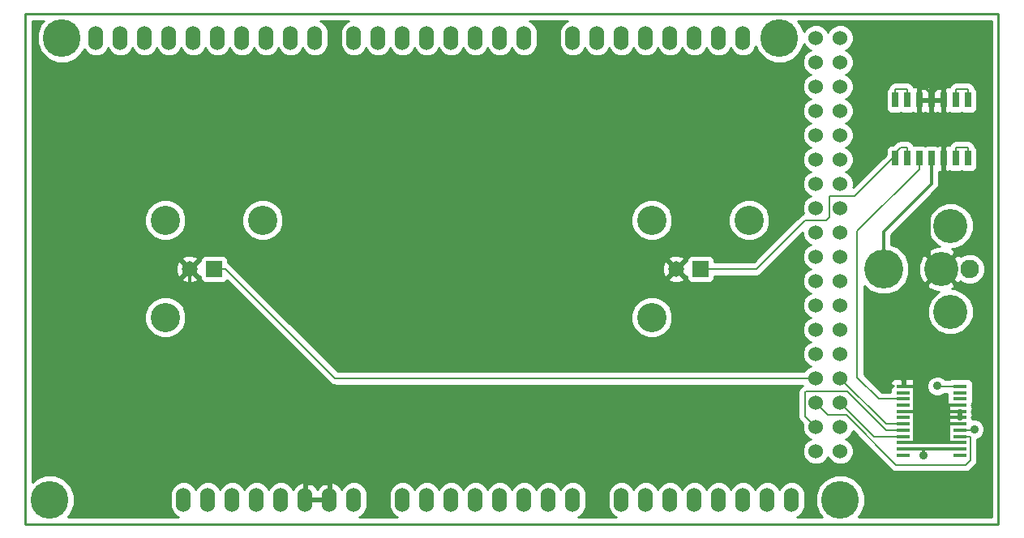
<source format=gtl>
G04 (created by PCBNEW-RS274X (2011-05-25)-stable) date Fri 11 Oct 2013 04:24:49 PM EDT*
G01*
G70*
G90*
%MOIN*%
G04 Gerber Fmt 3.4, Leading zero omitted, Abs format*
%FSLAX34Y34*%
G04 APERTURE LIST*
%ADD10C,0.006000*%
%ADD11C,0.009000*%
%ADD12C,0.076000*%
%ADD13C,0.140000*%
%ADD14C,0.160000*%
%ADD15C,0.155000*%
%ADD16O,0.060000X0.100000*%
%ADD17C,0.060000*%
%ADD18R,0.057100X0.017700*%
%ADD19C,0.120000*%
%ADD20R,0.065000X0.065000*%
%ADD21C,0.065000*%
%ADD22R,0.025000X0.060000*%
%ADD23C,0.035000*%
%ADD24C,0.012000*%
%ADD25C,0.008000*%
%ADD26C,0.010000*%
G04 APERTURE END LIST*
G54D10*
G54D11*
X89500Y-30500D02*
X49500Y-30500D01*
X89500Y-51500D02*
X89500Y-30500D01*
X49500Y-51500D02*
X89500Y-51500D01*
X49500Y-30500D02*
X49500Y-51500D01*
G54D12*
X88320Y-41000D03*
G54D13*
X87140Y-41000D03*
G54D14*
X84780Y-41000D03*
G54D13*
X87530Y-39230D03*
X87530Y-42770D03*
G54D15*
X50500Y-50500D03*
X51000Y-31500D03*
X83000Y-50500D03*
X80500Y-31500D03*
G54D16*
X56000Y-50500D03*
X57000Y-50500D03*
X58000Y-50500D03*
X59000Y-50500D03*
X60000Y-50500D03*
X61000Y-50500D03*
X62000Y-50500D03*
X63000Y-50500D03*
X65000Y-50500D03*
X66000Y-50500D03*
X67000Y-50500D03*
X68000Y-50500D03*
X69000Y-50500D03*
X70000Y-50500D03*
X71000Y-50500D03*
X72000Y-50500D03*
X74000Y-50500D03*
X75000Y-50500D03*
X76000Y-50500D03*
X77000Y-50500D03*
X78000Y-50500D03*
X79000Y-50500D03*
X80000Y-50500D03*
X81000Y-50500D03*
X52400Y-31500D03*
X53400Y-31500D03*
X54400Y-31500D03*
X55400Y-31500D03*
X56400Y-31500D03*
X57400Y-31500D03*
X58400Y-31500D03*
X59400Y-31500D03*
X60400Y-31500D03*
X61400Y-31500D03*
X63000Y-31500D03*
X70000Y-31500D03*
X69000Y-31500D03*
X68000Y-31500D03*
X67000Y-31500D03*
X66000Y-31500D03*
X65000Y-31500D03*
X64000Y-31500D03*
X72000Y-31500D03*
X73000Y-31500D03*
X74000Y-31500D03*
X75000Y-31500D03*
X76000Y-31500D03*
X77000Y-31500D03*
X78000Y-31500D03*
X79000Y-31500D03*
G54D17*
X82000Y-31500D03*
X83000Y-31500D03*
X82000Y-32500D03*
X83000Y-32500D03*
X82000Y-33500D03*
X83000Y-33500D03*
X82000Y-34500D03*
X83000Y-34500D03*
X82000Y-35500D03*
X83000Y-35500D03*
X82000Y-36500D03*
X83000Y-36500D03*
X82000Y-37500D03*
X83000Y-37500D03*
X82000Y-38500D03*
X83000Y-38500D03*
X82000Y-39500D03*
X83000Y-39500D03*
X82000Y-40500D03*
X83000Y-40500D03*
X82000Y-41500D03*
X83000Y-41500D03*
X82000Y-42500D03*
X83000Y-42500D03*
X82000Y-43500D03*
X83000Y-43500D03*
X82000Y-44500D03*
X83000Y-44500D03*
X82000Y-45500D03*
X83000Y-45500D03*
X82000Y-46500D03*
X83000Y-46500D03*
X82000Y-47500D03*
X83000Y-47500D03*
X82000Y-48500D03*
X83000Y-48500D03*
G54D18*
X85590Y-46100D03*
X85590Y-46354D03*
X85590Y-46610D03*
X85590Y-46866D03*
X85590Y-47122D03*
X85590Y-47378D03*
X85590Y-47634D03*
X85590Y-47890D03*
X85590Y-48146D03*
X85590Y-48400D03*
X87910Y-48400D03*
X87910Y-48146D03*
X87910Y-47890D03*
X87910Y-47634D03*
X87910Y-47378D03*
X87910Y-47122D03*
X87910Y-46866D03*
X87910Y-46610D03*
X87910Y-46354D03*
X87910Y-46100D03*
X85590Y-45840D03*
X87910Y-45840D03*
X85590Y-48660D03*
X87910Y-48660D03*
G54D19*
X55250Y-39000D03*
X59250Y-39000D03*
G54D20*
X57250Y-41000D03*
G54D21*
X56250Y-41000D03*
G54D19*
X55250Y-43000D03*
X75250Y-39000D03*
X79250Y-39000D03*
G54D20*
X77250Y-41000D03*
G54D21*
X76250Y-41000D03*
G54D19*
X75250Y-43000D03*
G54D22*
X85250Y-36450D03*
X85750Y-36450D03*
X86250Y-36450D03*
X86750Y-36450D03*
X87250Y-36450D03*
X87750Y-36450D03*
X88250Y-36450D03*
X88250Y-34050D03*
X87750Y-34050D03*
X87250Y-34050D03*
X86750Y-34050D03*
X86250Y-34050D03*
X85750Y-34050D03*
X85250Y-34050D03*
G54D23*
X86425Y-48683D03*
X88507Y-47599D03*
X86987Y-45817D03*
G54D24*
X86425Y-48400D02*
X86425Y-48683D01*
X87910Y-48400D02*
X86425Y-48400D01*
X86425Y-48400D02*
X85590Y-48400D01*
G54D25*
X85750Y-36450D02*
X85750Y-36007D01*
X85471Y-36007D02*
X85250Y-36228D01*
X85750Y-36007D02*
X85471Y-36007D01*
X85250Y-36450D02*
X85250Y-36339D01*
X85250Y-36339D02*
X85250Y-36228D01*
X79557Y-41000D02*
X77250Y-41000D01*
X81557Y-39000D02*
X79557Y-41000D01*
X82422Y-39000D02*
X81557Y-39000D01*
X82556Y-38866D02*
X82422Y-39000D01*
X82556Y-38022D02*
X82556Y-38866D01*
X82578Y-38000D02*
X82556Y-38022D01*
X83590Y-38000D02*
X82578Y-38000D01*
X83590Y-37999D02*
X83590Y-38000D01*
X85250Y-36339D02*
X83590Y-37999D01*
X84878Y-47378D02*
X83000Y-45500D01*
X85590Y-47378D02*
X84878Y-47378D01*
X62218Y-45500D02*
X82000Y-45500D01*
X57718Y-41000D02*
X62218Y-45500D01*
X57250Y-41000D02*
X57718Y-41000D01*
X87910Y-47890D02*
X88339Y-47890D01*
X88339Y-48871D02*
X88339Y-47890D01*
X88153Y-49057D02*
X88339Y-48871D01*
X85296Y-49057D02*
X88153Y-49057D01*
X83239Y-47000D02*
X85296Y-49057D01*
X82500Y-47000D02*
X83239Y-47000D01*
X82000Y-46500D02*
X82500Y-47000D01*
X84390Y-47890D02*
X83000Y-46500D01*
X85590Y-47890D02*
X84390Y-47890D01*
X81556Y-47056D02*
X82000Y-47500D01*
X81556Y-46066D02*
X81556Y-47056D01*
X81578Y-46044D02*
X81556Y-46066D01*
X83283Y-46044D02*
X81578Y-46044D01*
X84873Y-47634D02*
X83283Y-46044D01*
X85590Y-47634D02*
X84873Y-47634D01*
X84583Y-46354D02*
X85590Y-46354D01*
X83701Y-45472D02*
X84583Y-46354D01*
X83701Y-39443D02*
X83701Y-45472D01*
X86250Y-36894D02*
X83701Y-39443D01*
X86250Y-36450D02*
X86250Y-36894D01*
G54D24*
X85590Y-45840D02*
X86039Y-45840D01*
X86039Y-46866D02*
X86039Y-45840D01*
X87250Y-34050D02*
X87250Y-36450D01*
X86750Y-34050D02*
X86750Y-33818D01*
X86981Y-33587D02*
X87250Y-33587D01*
X86750Y-33818D02*
X86981Y-33587D01*
X87250Y-34050D02*
X87250Y-33587D01*
X86250Y-34050D02*
X86250Y-33587D01*
X86519Y-33587D02*
X86750Y-33818D01*
X86250Y-33587D02*
X86519Y-33587D01*
X86661Y-40521D02*
X87140Y-41000D01*
X86661Y-38331D02*
X86661Y-40521D01*
X87250Y-37742D02*
X86661Y-38331D01*
X87250Y-36450D02*
X87250Y-37742D01*
X86039Y-42101D02*
X86039Y-45840D01*
X87140Y-41000D02*
X86039Y-42101D01*
X87910Y-48146D02*
X87462Y-48146D01*
X85590Y-48146D02*
X86039Y-48146D01*
X87462Y-48146D02*
X86039Y-48146D01*
X87910Y-47122D02*
X87462Y-47122D01*
X87462Y-47122D02*
X87462Y-47378D01*
X87910Y-47378D02*
X87462Y-47378D01*
X62000Y-49837D02*
X61000Y-49837D01*
X87462Y-47378D02*
X87462Y-48146D01*
X62000Y-50500D02*
X62000Y-49837D01*
X61000Y-50500D02*
X61000Y-49837D01*
X56250Y-45087D02*
X61000Y-49837D01*
X56250Y-41000D02*
X56250Y-45087D01*
X85590Y-46866D02*
X85983Y-46866D01*
X85983Y-46866D02*
X86039Y-46866D01*
X86039Y-46866D02*
X86039Y-48146D01*
X87462Y-46610D02*
X87462Y-46866D01*
X87910Y-46610D02*
X87462Y-46610D01*
X87910Y-46866D02*
X87518Y-46866D01*
X87518Y-46866D02*
X87462Y-46866D01*
X87462Y-46866D02*
X87462Y-47122D01*
G54D25*
X88472Y-47634D02*
X88507Y-47599D01*
X87910Y-47634D02*
X88472Y-47634D01*
X87010Y-45840D02*
X86987Y-45817D01*
X87910Y-45840D02*
X87010Y-45840D01*
X87750Y-33607D02*
X88250Y-33607D01*
X87750Y-34050D02*
X87750Y-33607D01*
X88250Y-34050D02*
X88250Y-33607D01*
X88250Y-36007D02*
X87750Y-36007D01*
X88250Y-36450D02*
X88250Y-36007D01*
X87750Y-36450D02*
X87750Y-36007D01*
X85250Y-33607D02*
X85750Y-33607D01*
X85250Y-34050D02*
X85250Y-33607D01*
X85750Y-34050D02*
X85750Y-33607D01*
G54D24*
X84780Y-39470D02*
X84780Y-41000D01*
X86750Y-37500D02*
X84780Y-39470D01*
X86750Y-36450D02*
X86750Y-37500D01*
G54D10*
G36*
X87960Y-47172D02*
X87860Y-47172D01*
X87860Y-47166D01*
X87860Y-47142D01*
X87860Y-47102D01*
X87860Y-47078D01*
X87860Y-46910D01*
X87860Y-46886D01*
X87860Y-46846D01*
X87860Y-46822D01*
X87860Y-46816D01*
X87960Y-46816D01*
X87960Y-46822D01*
X87960Y-46846D01*
X87960Y-46886D01*
X87960Y-46910D01*
X87960Y-47078D01*
X87960Y-47102D01*
X87960Y-47142D01*
X87960Y-47166D01*
X87960Y-47172D01*
X87960Y-47172D01*
G37*
G54D26*
X87960Y-47172D02*
X87860Y-47172D01*
X87860Y-47166D01*
X87860Y-47142D01*
X87860Y-47102D01*
X87860Y-47078D01*
X87860Y-46910D01*
X87860Y-46886D01*
X87860Y-46846D01*
X87860Y-46822D01*
X87860Y-46816D01*
X87960Y-46816D01*
X87960Y-46822D01*
X87960Y-46846D01*
X87960Y-46886D01*
X87960Y-46910D01*
X87960Y-47078D01*
X87960Y-47102D01*
X87960Y-47142D01*
X87960Y-47166D01*
X87960Y-47172D01*
G54D10*
G36*
X89205Y-51205D02*
X88950Y-51205D01*
X88950Y-41126D01*
X88950Y-40875D01*
X88854Y-40643D01*
X88677Y-40466D01*
X88624Y-40443D01*
X88624Y-36800D01*
X88624Y-36701D01*
X88624Y-36101D01*
X88624Y-34400D01*
X88624Y-34301D01*
X88624Y-33701D01*
X88586Y-33609D01*
X88529Y-33552D01*
X88518Y-33496D01*
X88455Y-33402D01*
X88361Y-33339D01*
X88250Y-33317D01*
X87750Y-33317D01*
X87639Y-33339D01*
X87545Y-33402D01*
X87482Y-33496D01*
X87476Y-33522D01*
X87425Y-33501D01*
X87361Y-33501D01*
X87300Y-33562D01*
X87300Y-33950D01*
X87300Y-34000D01*
X87300Y-34100D01*
X87300Y-34150D01*
X87300Y-34538D01*
X87361Y-34599D01*
X87425Y-34599D01*
X87500Y-34567D01*
X87575Y-34599D01*
X87674Y-34599D01*
X87924Y-34599D01*
X87999Y-34567D01*
X88075Y-34599D01*
X88174Y-34599D01*
X88424Y-34599D01*
X88516Y-34561D01*
X88586Y-34491D01*
X88624Y-34400D01*
X88624Y-36101D01*
X88586Y-36009D01*
X88529Y-35952D01*
X88518Y-35896D01*
X88455Y-35802D01*
X88361Y-35739D01*
X88250Y-35717D01*
X87750Y-35717D01*
X87639Y-35739D01*
X87545Y-35802D01*
X87482Y-35896D01*
X87476Y-35922D01*
X87425Y-35901D01*
X87361Y-35901D01*
X87300Y-35962D01*
X87300Y-36350D01*
X87300Y-36400D01*
X87300Y-36500D01*
X87300Y-36550D01*
X87300Y-36938D01*
X87361Y-36999D01*
X87425Y-36999D01*
X87500Y-36967D01*
X87575Y-36999D01*
X87674Y-36999D01*
X87924Y-36999D01*
X87999Y-36967D01*
X88075Y-36999D01*
X88174Y-36999D01*
X88424Y-36999D01*
X88516Y-36961D01*
X88586Y-36891D01*
X88624Y-36800D01*
X88624Y-40443D01*
X88480Y-40384D01*
X88480Y-39420D01*
X88480Y-39042D01*
X88336Y-38693D01*
X88069Y-38425D01*
X87720Y-38280D01*
X87342Y-38280D01*
X86993Y-38424D01*
X86725Y-38691D01*
X86580Y-39040D01*
X86580Y-39418D01*
X86724Y-39767D01*
X86991Y-40035D01*
X87071Y-40068D01*
X86943Y-40070D01*
X86623Y-40203D01*
X86549Y-40338D01*
X87140Y-40929D01*
X87731Y-40338D01*
X87657Y-40203D01*
X87599Y-40180D01*
X87718Y-40180D01*
X88067Y-40036D01*
X88335Y-39769D01*
X88480Y-39420D01*
X88480Y-40384D01*
X88446Y-40370D01*
X88195Y-40370D01*
X87963Y-40466D01*
X87939Y-40489D01*
X87937Y-40483D01*
X87802Y-40409D01*
X87211Y-41000D01*
X87802Y-41591D01*
X87937Y-41517D01*
X87939Y-41510D01*
X87963Y-41534D01*
X88194Y-41630D01*
X88445Y-41630D01*
X88677Y-41534D01*
X88854Y-41357D01*
X88950Y-41126D01*
X88950Y-51205D01*
X83744Y-51205D01*
X83868Y-51081D01*
X84025Y-50705D01*
X84025Y-50297D01*
X83869Y-49920D01*
X83581Y-49632D01*
X83205Y-49475D01*
X82797Y-49475D01*
X82420Y-49631D01*
X82132Y-49919D01*
X81975Y-50295D01*
X81975Y-50703D01*
X82131Y-51080D01*
X82256Y-51205D01*
X81225Y-51205D01*
X81306Y-51172D01*
X81457Y-51020D01*
X81540Y-50822D01*
X81540Y-50607D01*
X81540Y-50179D01*
X81458Y-49980D01*
X81306Y-49829D01*
X81108Y-49746D01*
X80893Y-49746D01*
X80694Y-49828D01*
X80543Y-49980D01*
X80500Y-50082D01*
X80458Y-49980D01*
X80306Y-49829D01*
X80108Y-49746D01*
X79893Y-49746D01*
X79694Y-49828D01*
X79543Y-49980D01*
X79500Y-50082D01*
X79458Y-49980D01*
X79306Y-49829D01*
X79108Y-49746D01*
X78893Y-49746D01*
X78694Y-49828D01*
X78543Y-49980D01*
X78500Y-50082D01*
X78458Y-49980D01*
X78306Y-49829D01*
X78108Y-49746D01*
X77893Y-49746D01*
X77694Y-49828D01*
X77543Y-49980D01*
X77500Y-50082D01*
X77458Y-49980D01*
X77306Y-49829D01*
X77108Y-49746D01*
X76893Y-49746D01*
X76694Y-49828D01*
X76543Y-49980D01*
X76500Y-50082D01*
X76458Y-49980D01*
X76306Y-49829D01*
X76108Y-49746D01*
X75893Y-49746D01*
X75694Y-49828D01*
X75543Y-49980D01*
X75500Y-50082D01*
X75458Y-49980D01*
X75306Y-49829D01*
X75108Y-49746D01*
X74893Y-49746D01*
X74694Y-49828D01*
X74543Y-49980D01*
X74500Y-50082D01*
X74458Y-49980D01*
X74306Y-49829D01*
X74108Y-49746D01*
X73893Y-49746D01*
X73694Y-49828D01*
X73543Y-49980D01*
X73460Y-50178D01*
X73460Y-50393D01*
X73460Y-50821D01*
X73542Y-51020D01*
X73694Y-51171D01*
X73775Y-51205D01*
X72225Y-51205D01*
X72306Y-51172D01*
X72457Y-51020D01*
X72540Y-50822D01*
X72540Y-50607D01*
X72540Y-50179D01*
X72458Y-49980D01*
X72306Y-49829D01*
X72108Y-49746D01*
X71893Y-49746D01*
X71694Y-49828D01*
X71543Y-49980D01*
X71500Y-50082D01*
X71458Y-49980D01*
X71306Y-49829D01*
X71108Y-49746D01*
X70893Y-49746D01*
X70694Y-49828D01*
X70543Y-49980D01*
X70500Y-50082D01*
X70458Y-49980D01*
X70306Y-49829D01*
X70108Y-49746D01*
X69893Y-49746D01*
X69694Y-49828D01*
X69543Y-49980D01*
X69500Y-50082D01*
X69458Y-49980D01*
X69306Y-49829D01*
X69108Y-49746D01*
X68893Y-49746D01*
X68694Y-49828D01*
X68543Y-49980D01*
X68500Y-50082D01*
X68458Y-49980D01*
X68306Y-49829D01*
X68108Y-49746D01*
X67893Y-49746D01*
X67694Y-49828D01*
X67543Y-49980D01*
X67500Y-50082D01*
X67458Y-49980D01*
X67306Y-49829D01*
X67108Y-49746D01*
X66893Y-49746D01*
X66694Y-49828D01*
X66543Y-49980D01*
X66500Y-50082D01*
X66458Y-49980D01*
X66306Y-49829D01*
X66108Y-49746D01*
X65893Y-49746D01*
X65694Y-49828D01*
X65543Y-49980D01*
X65500Y-50082D01*
X65458Y-49980D01*
X65306Y-49829D01*
X65108Y-49746D01*
X64893Y-49746D01*
X64694Y-49828D01*
X64543Y-49980D01*
X64460Y-50178D01*
X64460Y-50393D01*
X64460Y-50821D01*
X64542Y-51020D01*
X64694Y-51171D01*
X64775Y-51205D01*
X63225Y-51205D01*
X63306Y-51172D01*
X63457Y-51020D01*
X63540Y-50822D01*
X63540Y-50607D01*
X63540Y-50179D01*
X63458Y-49980D01*
X63306Y-49829D01*
X63108Y-49746D01*
X62893Y-49746D01*
X62694Y-49828D01*
X62543Y-49980D01*
X62500Y-50081D01*
X62489Y-50043D01*
X62353Y-49875D01*
X62163Y-49772D01*
X62135Y-49768D01*
X62050Y-49815D01*
X62050Y-50400D01*
X62050Y-50450D01*
X62050Y-50550D01*
X61950Y-50550D01*
X61950Y-50450D01*
X61950Y-49815D01*
X61865Y-49768D01*
X61837Y-49772D01*
X61647Y-49875D01*
X61511Y-50043D01*
X61500Y-50080D01*
X61489Y-50043D01*
X61353Y-49875D01*
X61163Y-49772D01*
X61135Y-49768D01*
X61050Y-49815D01*
X61050Y-50450D01*
X61450Y-50450D01*
X61550Y-50450D01*
X61950Y-50450D01*
X61950Y-50550D01*
X61900Y-50550D01*
X61550Y-50550D01*
X61450Y-50550D01*
X61100Y-50550D01*
X61050Y-50550D01*
X60950Y-50550D01*
X60950Y-50450D01*
X60950Y-50400D01*
X60950Y-49815D01*
X60865Y-49768D01*
X60837Y-49772D01*
X60647Y-49875D01*
X60511Y-50043D01*
X60499Y-50081D01*
X60458Y-49980D01*
X60306Y-49829D01*
X60108Y-49746D01*
X59893Y-49746D01*
X59694Y-49828D01*
X59543Y-49980D01*
X59500Y-50082D01*
X59458Y-49980D01*
X59306Y-49829D01*
X59108Y-49746D01*
X58893Y-49746D01*
X58694Y-49828D01*
X58543Y-49980D01*
X58500Y-50082D01*
X58458Y-49980D01*
X58306Y-49829D01*
X58108Y-49746D01*
X57893Y-49746D01*
X57694Y-49828D01*
X57543Y-49980D01*
X57500Y-50082D01*
X57458Y-49980D01*
X57306Y-49829D01*
X57108Y-49746D01*
X56893Y-49746D01*
X56694Y-49828D01*
X56575Y-49947D01*
X56575Y-41396D01*
X56250Y-41071D01*
X56179Y-41142D01*
X56179Y-41000D01*
X55854Y-40675D01*
X55758Y-40704D01*
X55682Y-40916D01*
X55694Y-41139D01*
X55758Y-41296D01*
X55854Y-41325D01*
X56179Y-41000D01*
X56179Y-41142D01*
X55925Y-41396D01*
X55954Y-41492D01*
X56166Y-41568D01*
X56389Y-41556D01*
X56546Y-41492D01*
X56575Y-41396D01*
X56575Y-49947D01*
X56543Y-49980D01*
X56500Y-50082D01*
X56458Y-49980D01*
X56306Y-49829D01*
X56108Y-49746D01*
X56100Y-49746D01*
X56100Y-43170D01*
X56100Y-42832D01*
X55971Y-42520D01*
X55732Y-42280D01*
X55420Y-42150D01*
X55082Y-42150D01*
X54770Y-42279D01*
X54530Y-42518D01*
X54400Y-42830D01*
X54400Y-43168D01*
X54529Y-43480D01*
X54768Y-43720D01*
X55080Y-43850D01*
X55418Y-43850D01*
X55730Y-43721D01*
X55970Y-43482D01*
X56100Y-43170D01*
X56100Y-49746D01*
X55893Y-49746D01*
X55694Y-49828D01*
X55543Y-49980D01*
X55460Y-50178D01*
X55460Y-50393D01*
X55460Y-50821D01*
X55542Y-51020D01*
X55694Y-51171D01*
X55775Y-51205D01*
X51244Y-51205D01*
X51368Y-51081D01*
X51525Y-50705D01*
X51525Y-50297D01*
X51369Y-49920D01*
X51081Y-49632D01*
X50705Y-49475D01*
X50297Y-49475D01*
X49920Y-49631D01*
X49795Y-49756D01*
X49795Y-30795D01*
X50256Y-30795D01*
X50132Y-30919D01*
X49975Y-31295D01*
X49975Y-31703D01*
X50131Y-32080D01*
X50419Y-32368D01*
X50795Y-32525D01*
X51203Y-32525D01*
X51580Y-32369D01*
X51868Y-32081D01*
X51917Y-31961D01*
X51942Y-32020D01*
X52094Y-32171D01*
X52292Y-32254D01*
X52507Y-32254D01*
X52706Y-32172D01*
X52857Y-32020D01*
X52899Y-31917D01*
X52942Y-32020D01*
X53094Y-32171D01*
X53292Y-32254D01*
X53507Y-32254D01*
X53706Y-32172D01*
X53857Y-32020D01*
X53899Y-31917D01*
X53942Y-32020D01*
X54094Y-32171D01*
X54292Y-32254D01*
X54507Y-32254D01*
X54706Y-32172D01*
X54857Y-32020D01*
X54899Y-31917D01*
X54942Y-32020D01*
X55094Y-32171D01*
X55292Y-32254D01*
X55507Y-32254D01*
X55706Y-32172D01*
X55857Y-32020D01*
X55899Y-31917D01*
X55942Y-32020D01*
X56094Y-32171D01*
X56292Y-32254D01*
X56507Y-32254D01*
X56706Y-32172D01*
X56857Y-32020D01*
X56899Y-31917D01*
X56942Y-32020D01*
X57094Y-32171D01*
X57292Y-32254D01*
X57507Y-32254D01*
X57706Y-32172D01*
X57857Y-32020D01*
X57899Y-31917D01*
X57942Y-32020D01*
X58094Y-32171D01*
X58292Y-32254D01*
X58507Y-32254D01*
X58706Y-32172D01*
X58857Y-32020D01*
X58899Y-31917D01*
X58942Y-32020D01*
X59094Y-32171D01*
X59292Y-32254D01*
X59507Y-32254D01*
X59706Y-32172D01*
X59857Y-32020D01*
X59899Y-31917D01*
X59942Y-32020D01*
X60094Y-32171D01*
X60292Y-32254D01*
X60507Y-32254D01*
X60706Y-32172D01*
X60857Y-32020D01*
X60899Y-31917D01*
X60942Y-32020D01*
X61094Y-32171D01*
X61292Y-32254D01*
X61507Y-32254D01*
X61706Y-32172D01*
X61857Y-32020D01*
X61940Y-31822D01*
X61940Y-31607D01*
X61940Y-31179D01*
X61858Y-30980D01*
X61706Y-30829D01*
X61624Y-30795D01*
X62774Y-30795D01*
X62694Y-30828D01*
X62543Y-30980D01*
X62460Y-31178D01*
X62460Y-31393D01*
X62460Y-31821D01*
X62542Y-32020D01*
X62694Y-32171D01*
X62892Y-32254D01*
X63107Y-32254D01*
X63306Y-32172D01*
X63457Y-32020D01*
X63499Y-31917D01*
X63542Y-32020D01*
X63694Y-32171D01*
X63892Y-32254D01*
X64107Y-32254D01*
X64306Y-32172D01*
X64457Y-32020D01*
X64499Y-31917D01*
X64542Y-32020D01*
X64694Y-32171D01*
X64892Y-32254D01*
X65107Y-32254D01*
X65306Y-32172D01*
X65457Y-32020D01*
X65499Y-31917D01*
X65542Y-32020D01*
X65694Y-32171D01*
X65892Y-32254D01*
X66107Y-32254D01*
X66306Y-32172D01*
X66457Y-32020D01*
X66499Y-31917D01*
X66542Y-32020D01*
X66694Y-32171D01*
X66892Y-32254D01*
X67107Y-32254D01*
X67306Y-32172D01*
X67457Y-32020D01*
X67499Y-31917D01*
X67542Y-32020D01*
X67694Y-32171D01*
X67892Y-32254D01*
X68107Y-32254D01*
X68306Y-32172D01*
X68457Y-32020D01*
X68499Y-31917D01*
X68542Y-32020D01*
X68694Y-32171D01*
X68892Y-32254D01*
X69107Y-32254D01*
X69306Y-32172D01*
X69457Y-32020D01*
X69499Y-31917D01*
X69542Y-32020D01*
X69694Y-32171D01*
X69892Y-32254D01*
X70107Y-32254D01*
X70306Y-32172D01*
X70457Y-32020D01*
X70540Y-31822D01*
X70540Y-31607D01*
X70540Y-31179D01*
X70458Y-30980D01*
X70306Y-30829D01*
X70224Y-30795D01*
X71774Y-30795D01*
X71694Y-30828D01*
X71543Y-30980D01*
X71460Y-31178D01*
X71460Y-31393D01*
X71460Y-31821D01*
X71542Y-32020D01*
X71694Y-32171D01*
X71892Y-32254D01*
X72107Y-32254D01*
X72306Y-32172D01*
X72457Y-32020D01*
X72499Y-31917D01*
X72542Y-32020D01*
X72694Y-32171D01*
X72892Y-32254D01*
X73107Y-32254D01*
X73306Y-32172D01*
X73457Y-32020D01*
X73499Y-31917D01*
X73542Y-32020D01*
X73694Y-32171D01*
X73892Y-32254D01*
X74107Y-32254D01*
X74306Y-32172D01*
X74457Y-32020D01*
X74499Y-31917D01*
X74542Y-32020D01*
X74694Y-32171D01*
X74892Y-32254D01*
X75107Y-32254D01*
X75306Y-32172D01*
X75457Y-32020D01*
X75499Y-31917D01*
X75542Y-32020D01*
X75694Y-32171D01*
X75892Y-32254D01*
X76107Y-32254D01*
X76306Y-32172D01*
X76457Y-32020D01*
X76499Y-31917D01*
X76542Y-32020D01*
X76694Y-32171D01*
X76892Y-32254D01*
X77107Y-32254D01*
X77306Y-32172D01*
X77457Y-32020D01*
X77499Y-31917D01*
X77542Y-32020D01*
X77694Y-32171D01*
X77892Y-32254D01*
X78107Y-32254D01*
X78306Y-32172D01*
X78457Y-32020D01*
X78499Y-31917D01*
X78542Y-32020D01*
X78694Y-32171D01*
X78892Y-32254D01*
X79107Y-32254D01*
X79306Y-32172D01*
X79457Y-32020D01*
X79532Y-31840D01*
X79631Y-32080D01*
X79919Y-32368D01*
X80295Y-32525D01*
X80703Y-32525D01*
X81080Y-32369D01*
X81368Y-32081D01*
X81507Y-31745D01*
X81535Y-31811D01*
X81689Y-31965D01*
X81773Y-32000D01*
X81689Y-32035D01*
X81535Y-32189D01*
X81451Y-32391D01*
X81451Y-32609D01*
X81535Y-32811D01*
X81689Y-32965D01*
X81773Y-33000D01*
X81689Y-33035D01*
X81535Y-33189D01*
X81451Y-33391D01*
X81451Y-33609D01*
X81535Y-33811D01*
X81689Y-33965D01*
X81773Y-34000D01*
X81689Y-34035D01*
X81535Y-34189D01*
X81451Y-34391D01*
X81451Y-34609D01*
X81535Y-34811D01*
X81689Y-34965D01*
X81773Y-35000D01*
X81689Y-35035D01*
X81535Y-35189D01*
X81451Y-35391D01*
X81451Y-35609D01*
X81535Y-35811D01*
X81689Y-35965D01*
X81773Y-36000D01*
X81689Y-36035D01*
X81535Y-36189D01*
X81451Y-36391D01*
X81451Y-36609D01*
X81535Y-36811D01*
X81689Y-36965D01*
X81773Y-37000D01*
X81689Y-37035D01*
X81535Y-37189D01*
X81451Y-37391D01*
X81451Y-37609D01*
X81535Y-37811D01*
X81689Y-37965D01*
X81773Y-38000D01*
X81689Y-38035D01*
X81535Y-38189D01*
X81451Y-38391D01*
X81451Y-38609D01*
X81497Y-38721D01*
X81446Y-38732D01*
X81352Y-38795D01*
X80100Y-40047D01*
X80100Y-39170D01*
X80100Y-38832D01*
X79971Y-38520D01*
X79732Y-38280D01*
X79420Y-38150D01*
X79082Y-38150D01*
X78770Y-38279D01*
X78530Y-38518D01*
X78400Y-38830D01*
X78400Y-39168D01*
X78529Y-39480D01*
X78768Y-39720D01*
X79080Y-39850D01*
X79418Y-39850D01*
X79730Y-39721D01*
X79970Y-39482D01*
X80100Y-39170D01*
X80100Y-40047D01*
X79437Y-40710D01*
X77824Y-40710D01*
X77824Y-40626D01*
X77786Y-40534D01*
X77716Y-40464D01*
X77625Y-40426D01*
X77526Y-40426D01*
X76876Y-40426D01*
X76784Y-40464D01*
X76714Y-40534D01*
X76676Y-40625D01*
X76676Y-40684D01*
X76646Y-40675D01*
X76575Y-40746D01*
X76575Y-40604D01*
X76546Y-40508D01*
X76334Y-40432D01*
X76111Y-40444D01*
X76100Y-40448D01*
X76100Y-39170D01*
X76100Y-38832D01*
X75971Y-38520D01*
X75732Y-38280D01*
X75420Y-38150D01*
X75082Y-38150D01*
X74770Y-38279D01*
X74530Y-38518D01*
X74400Y-38830D01*
X74400Y-39168D01*
X74529Y-39480D01*
X74768Y-39720D01*
X75080Y-39850D01*
X75418Y-39850D01*
X75730Y-39721D01*
X75970Y-39482D01*
X76100Y-39170D01*
X76100Y-40448D01*
X75954Y-40508D01*
X75925Y-40604D01*
X76250Y-40929D01*
X76575Y-40604D01*
X76575Y-40746D01*
X76321Y-41000D01*
X76646Y-41325D01*
X76676Y-41315D01*
X76676Y-41374D01*
X76714Y-41466D01*
X76784Y-41536D01*
X76875Y-41574D01*
X76974Y-41574D01*
X77624Y-41574D01*
X77716Y-41536D01*
X77786Y-41466D01*
X77824Y-41375D01*
X77824Y-41290D01*
X79557Y-41290D01*
X79668Y-41268D01*
X79762Y-41205D01*
X81451Y-39516D01*
X81451Y-39609D01*
X81535Y-39811D01*
X81689Y-39965D01*
X81773Y-40000D01*
X81689Y-40035D01*
X81535Y-40189D01*
X81451Y-40391D01*
X81451Y-40609D01*
X81535Y-40811D01*
X81689Y-40965D01*
X81773Y-41000D01*
X81689Y-41035D01*
X81535Y-41189D01*
X81451Y-41391D01*
X81451Y-41609D01*
X81535Y-41811D01*
X81689Y-41965D01*
X81773Y-42000D01*
X81689Y-42035D01*
X81535Y-42189D01*
X81451Y-42391D01*
X81451Y-42609D01*
X81535Y-42811D01*
X81689Y-42965D01*
X81773Y-43000D01*
X81689Y-43035D01*
X81535Y-43189D01*
X81451Y-43391D01*
X81451Y-43609D01*
X81535Y-43811D01*
X81689Y-43965D01*
X81773Y-44000D01*
X81689Y-44035D01*
X81535Y-44189D01*
X81451Y-44391D01*
X81451Y-44609D01*
X81535Y-44811D01*
X81689Y-44965D01*
X81773Y-45000D01*
X81689Y-45035D01*
X81535Y-45189D01*
X81526Y-45210D01*
X76575Y-45210D01*
X76575Y-41396D01*
X76250Y-41071D01*
X76179Y-41142D01*
X76179Y-41000D01*
X75854Y-40675D01*
X75758Y-40704D01*
X75682Y-40916D01*
X75694Y-41139D01*
X75758Y-41296D01*
X75854Y-41325D01*
X76179Y-41000D01*
X76179Y-41142D01*
X75925Y-41396D01*
X75954Y-41492D01*
X76166Y-41568D01*
X76389Y-41556D01*
X76546Y-41492D01*
X76575Y-41396D01*
X76575Y-45210D01*
X76100Y-45210D01*
X76100Y-43170D01*
X76100Y-42832D01*
X75971Y-42520D01*
X75732Y-42280D01*
X75420Y-42150D01*
X75082Y-42150D01*
X74770Y-42279D01*
X74530Y-42518D01*
X74400Y-42830D01*
X74400Y-43168D01*
X74529Y-43480D01*
X74768Y-43720D01*
X75080Y-43850D01*
X75418Y-43850D01*
X75730Y-43721D01*
X75970Y-43482D01*
X76100Y-43170D01*
X76100Y-45210D01*
X62338Y-45210D01*
X60100Y-42972D01*
X60100Y-39170D01*
X60100Y-38832D01*
X59971Y-38520D01*
X59732Y-38280D01*
X59420Y-38150D01*
X59082Y-38150D01*
X58770Y-38279D01*
X58530Y-38518D01*
X58400Y-38830D01*
X58400Y-39168D01*
X58529Y-39480D01*
X58768Y-39720D01*
X59080Y-39850D01*
X59418Y-39850D01*
X59730Y-39721D01*
X59970Y-39482D01*
X60100Y-39170D01*
X60100Y-42972D01*
X57923Y-40795D01*
X57829Y-40732D01*
X57824Y-40731D01*
X57824Y-40626D01*
X57786Y-40534D01*
X57716Y-40464D01*
X57625Y-40426D01*
X57526Y-40426D01*
X56876Y-40426D01*
X56784Y-40464D01*
X56714Y-40534D01*
X56676Y-40625D01*
X56676Y-40684D01*
X56646Y-40675D01*
X56575Y-40746D01*
X56575Y-40604D01*
X56546Y-40508D01*
X56334Y-40432D01*
X56111Y-40444D01*
X56100Y-40448D01*
X56100Y-39170D01*
X56100Y-38832D01*
X55971Y-38520D01*
X55732Y-38280D01*
X55420Y-38150D01*
X55082Y-38150D01*
X54770Y-38279D01*
X54530Y-38518D01*
X54400Y-38830D01*
X54400Y-39168D01*
X54529Y-39480D01*
X54768Y-39720D01*
X55080Y-39850D01*
X55418Y-39850D01*
X55730Y-39721D01*
X55970Y-39482D01*
X56100Y-39170D01*
X56100Y-40448D01*
X55954Y-40508D01*
X55925Y-40604D01*
X56250Y-40929D01*
X56575Y-40604D01*
X56575Y-40746D01*
X56321Y-41000D01*
X56646Y-41325D01*
X56676Y-41315D01*
X56676Y-41374D01*
X56714Y-41466D01*
X56784Y-41536D01*
X56875Y-41574D01*
X56974Y-41574D01*
X57624Y-41574D01*
X57716Y-41536D01*
X57780Y-41472D01*
X62012Y-45704D01*
X62013Y-45705D01*
X62106Y-45767D01*
X62107Y-45768D01*
X62217Y-45789D01*
X62218Y-45790D01*
X81446Y-45790D01*
X81373Y-45839D01*
X81351Y-45861D01*
X81288Y-45955D01*
X81266Y-46066D01*
X81266Y-47056D01*
X81288Y-47167D01*
X81351Y-47261D01*
X81459Y-47369D01*
X81451Y-47391D01*
X81451Y-47609D01*
X81535Y-47811D01*
X81689Y-47965D01*
X81773Y-48000D01*
X81689Y-48035D01*
X81535Y-48189D01*
X81451Y-48391D01*
X81451Y-48609D01*
X81535Y-48811D01*
X81689Y-48965D01*
X81891Y-49049D01*
X82109Y-49049D01*
X82311Y-48965D01*
X82465Y-48811D01*
X82500Y-48726D01*
X82535Y-48811D01*
X82689Y-48965D01*
X82891Y-49049D01*
X83109Y-49049D01*
X83311Y-48965D01*
X83465Y-48811D01*
X83549Y-48609D01*
X83549Y-48391D01*
X83465Y-48189D01*
X83311Y-48035D01*
X83226Y-48000D01*
X83311Y-47965D01*
X83465Y-47811D01*
X83516Y-47687D01*
X85091Y-49262D01*
X85185Y-49325D01*
X85296Y-49347D01*
X88153Y-49347D01*
X88264Y-49325D01*
X88358Y-49262D01*
X88544Y-49076D01*
X88607Y-48982D01*
X88629Y-48871D01*
X88629Y-48008D01*
X88747Y-47960D01*
X88867Y-47840D01*
X88932Y-47684D01*
X88932Y-47515D01*
X88868Y-47359D01*
X88748Y-47239D01*
X88592Y-47174D01*
X88480Y-47174D01*
X88480Y-42960D01*
X88480Y-42582D01*
X88336Y-42233D01*
X88069Y-41965D01*
X87720Y-41820D01*
X87601Y-41820D01*
X87657Y-41797D01*
X87731Y-41662D01*
X87140Y-41071D01*
X87069Y-41142D01*
X87069Y-41000D01*
X86478Y-40409D01*
X86343Y-40483D01*
X86206Y-40827D01*
X86210Y-41197D01*
X86343Y-41517D01*
X86478Y-41591D01*
X87069Y-41000D01*
X87069Y-41142D01*
X86549Y-41662D01*
X86623Y-41797D01*
X86967Y-41934D01*
X87068Y-41932D01*
X86993Y-41964D01*
X86725Y-42231D01*
X86580Y-42580D01*
X86580Y-42958D01*
X86724Y-43307D01*
X86991Y-43575D01*
X87340Y-43720D01*
X87718Y-43720D01*
X88067Y-43576D01*
X88335Y-43309D01*
X88480Y-42960D01*
X88480Y-47174D01*
X88444Y-47174D01*
X88423Y-47174D01*
X88417Y-47176D01*
X88406Y-47149D01*
X88379Y-47122D01*
X88406Y-47095D01*
X88434Y-47026D01*
X88444Y-47017D01*
X88444Y-47004D01*
X88444Y-46984D01*
X88444Y-46971D01*
X88434Y-46961D01*
X88406Y-46893D01*
X88379Y-46866D01*
X88406Y-46839D01*
X88434Y-46770D01*
X88444Y-46761D01*
X88444Y-46748D01*
X88444Y-46728D01*
X88444Y-46715D01*
X88434Y-46705D01*
X88406Y-46637D01*
X88379Y-46610D01*
X88406Y-46583D01*
X88434Y-46514D01*
X88444Y-46505D01*
X88444Y-46492D01*
X88444Y-46472D01*
X88444Y-46393D01*
X88444Y-46238D01*
X88444Y-46217D01*
X88444Y-46139D01*
X88444Y-45978D01*
X88444Y-45963D01*
X88444Y-45879D01*
X88444Y-45703D01*
X88406Y-45611D01*
X88336Y-45541D01*
X88245Y-45503D01*
X88146Y-45503D01*
X87576Y-45503D01*
X87484Y-45541D01*
X87475Y-45550D01*
X87321Y-45550D01*
X87228Y-45457D01*
X87072Y-45392D01*
X86903Y-45392D01*
X86747Y-45456D01*
X86627Y-45576D01*
X86562Y-45732D01*
X86562Y-45901D01*
X86626Y-46057D01*
X86746Y-46177D01*
X86902Y-46242D01*
X87071Y-46242D01*
X87227Y-46178D01*
X87275Y-46130D01*
X87376Y-46130D01*
X87376Y-46216D01*
X87376Y-46237D01*
X87376Y-46315D01*
X87376Y-46472D01*
X87376Y-46491D01*
X87376Y-46505D01*
X87385Y-46514D01*
X87414Y-46583D01*
X87441Y-46610D01*
X87414Y-46637D01*
X87385Y-46705D01*
X87376Y-46715D01*
X87376Y-46728D01*
X87376Y-46748D01*
X87376Y-46761D01*
X87385Y-46770D01*
X87414Y-46839D01*
X87441Y-46866D01*
X87414Y-46893D01*
X87385Y-46961D01*
X87376Y-46971D01*
X87376Y-46984D01*
X87376Y-47004D01*
X87376Y-47017D01*
X87385Y-47026D01*
X87414Y-47095D01*
X87441Y-47122D01*
X87414Y-47149D01*
X87385Y-47217D01*
X87376Y-47227D01*
X87376Y-47240D01*
X87376Y-47260D01*
X87376Y-47273D01*
X87385Y-47282D01*
X87414Y-47351D01*
X87441Y-47378D01*
X87414Y-47405D01*
X87385Y-47473D01*
X87376Y-47483D01*
X87376Y-47496D01*
X87376Y-47516D01*
X87376Y-47595D01*
X87376Y-47752D01*
X87376Y-47771D01*
X87376Y-47851D01*
X87376Y-48008D01*
X87376Y-48027D01*
X87376Y-48041D01*
X87381Y-48046D01*
X87375Y-48046D01*
X87375Y-48090D01*
X86425Y-48090D01*
X86125Y-48090D01*
X86125Y-48046D01*
X86118Y-48046D01*
X86124Y-48041D01*
X86124Y-48028D01*
X86124Y-48008D01*
X86124Y-47929D01*
X86124Y-47772D01*
X86124Y-47753D01*
X86124Y-47673D01*
X86124Y-47516D01*
X86124Y-47497D01*
X86124Y-47417D01*
X86124Y-47260D01*
X86124Y-47241D01*
X86124Y-47161D01*
X86124Y-47004D01*
X86124Y-46985D01*
X86124Y-46971D01*
X86114Y-46961D01*
X86086Y-46893D01*
X86059Y-46866D01*
X86086Y-46839D01*
X86114Y-46770D01*
X86124Y-46761D01*
X86124Y-46748D01*
X86124Y-46728D01*
X86124Y-46649D01*
X86124Y-46492D01*
X86124Y-46473D01*
X86124Y-46393D01*
X86124Y-46238D01*
X86124Y-46217D01*
X86124Y-46139D01*
X86124Y-45978D01*
X86124Y-45963D01*
X86124Y-45945D01*
X86111Y-45932D01*
X86086Y-45871D01*
X86016Y-45801D01*
X86004Y-45796D01*
X86063Y-45796D01*
X86124Y-45735D01*
X86124Y-45702D01*
X86086Y-45611D01*
X86016Y-45541D01*
X85924Y-45503D01*
X85702Y-45502D01*
X85640Y-45564D01*
X85640Y-45763D01*
X85540Y-45763D01*
X85540Y-45564D01*
X85478Y-45502D01*
X85256Y-45503D01*
X85164Y-45541D01*
X85094Y-45611D01*
X85056Y-45702D01*
X85056Y-45735D01*
X85117Y-45796D01*
X85176Y-45796D01*
X85164Y-45801D01*
X85094Y-45871D01*
X85068Y-45932D01*
X85056Y-45945D01*
X85056Y-45962D01*
X85056Y-45978D01*
X85056Y-46061D01*
X85056Y-46064D01*
X84703Y-46064D01*
X83991Y-45352D01*
X83991Y-41695D01*
X84185Y-41890D01*
X84570Y-42050D01*
X84988Y-42050D01*
X85374Y-41890D01*
X85670Y-41595D01*
X85830Y-41210D01*
X85830Y-40792D01*
X85670Y-40406D01*
X85375Y-40110D01*
X85090Y-39991D01*
X85090Y-39598D01*
X86969Y-37719D01*
X87036Y-37619D01*
X87036Y-37618D01*
X87060Y-37500D01*
X87060Y-36992D01*
X87075Y-36999D01*
X87139Y-36999D01*
X87200Y-36938D01*
X87200Y-36550D01*
X87200Y-36500D01*
X87200Y-36400D01*
X87200Y-36350D01*
X87200Y-35962D01*
X87200Y-34538D01*
X87200Y-34100D01*
X87200Y-34000D01*
X87200Y-33562D01*
X87139Y-33501D01*
X87075Y-33501D01*
X87000Y-33532D01*
X86925Y-33501D01*
X86861Y-33501D01*
X86800Y-33562D01*
X86800Y-34000D01*
X86937Y-34000D01*
X87063Y-34000D01*
X87200Y-34000D01*
X87200Y-34100D01*
X87063Y-34100D01*
X86937Y-34100D01*
X86800Y-34100D01*
X86800Y-34538D01*
X86861Y-34599D01*
X86925Y-34599D01*
X87000Y-34567D01*
X87075Y-34599D01*
X87139Y-34599D01*
X87200Y-34538D01*
X87200Y-35962D01*
X87139Y-35901D01*
X87075Y-35901D01*
X87000Y-35932D01*
X86925Y-35901D01*
X86826Y-35901D01*
X86700Y-35901D01*
X86700Y-34538D01*
X86700Y-34100D01*
X86700Y-34000D01*
X86700Y-33562D01*
X86639Y-33501D01*
X86575Y-33501D01*
X86500Y-33532D01*
X86425Y-33501D01*
X86361Y-33501D01*
X86300Y-33562D01*
X86300Y-34000D01*
X86437Y-34000D01*
X86563Y-34000D01*
X86700Y-34000D01*
X86700Y-34100D01*
X86563Y-34100D01*
X86437Y-34100D01*
X86300Y-34100D01*
X86300Y-34538D01*
X86361Y-34599D01*
X86425Y-34599D01*
X86500Y-34567D01*
X86575Y-34599D01*
X86639Y-34599D01*
X86700Y-34538D01*
X86700Y-35901D01*
X86576Y-35901D01*
X86500Y-35932D01*
X86425Y-35901D01*
X86326Y-35901D01*
X86200Y-35901D01*
X86200Y-34538D01*
X86200Y-34150D01*
X86200Y-34100D01*
X86200Y-34000D01*
X86200Y-33950D01*
X86200Y-33562D01*
X86139Y-33501D01*
X86075Y-33501D01*
X86023Y-33522D01*
X86018Y-33496D01*
X85955Y-33402D01*
X85861Y-33339D01*
X85750Y-33317D01*
X85250Y-33317D01*
X85139Y-33339D01*
X85045Y-33402D01*
X84982Y-33496D01*
X84970Y-33552D01*
X84914Y-33609D01*
X84876Y-33700D01*
X84876Y-33799D01*
X84876Y-34399D01*
X84914Y-34491D01*
X84984Y-34561D01*
X85075Y-34599D01*
X85174Y-34599D01*
X85424Y-34599D01*
X85499Y-34567D01*
X85575Y-34599D01*
X85674Y-34599D01*
X85924Y-34599D01*
X85999Y-34567D01*
X86075Y-34599D01*
X86139Y-34599D01*
X86200Y-34538D01*
X86200Y-35901D01*
X86076Y-35901D01*
X86023Y-35922D01*
X86018Y-35896D01*
X85955Y-35802D01*
X85861Y-35739D01*
X85750Y-35717D01*
X85471Y-35717D01*
X85360Y-35739D01*
X85266Y-35802D01*
X85167Y-35901D01*
X85076Y-35901D01*
X84984Y-35939D01*
X84914Y-36009D01*
X84876Y-36100D01*
X84876Y-36199D01*
X84876Y-36303D01*
X83534Y-37644D01*
X83549Y-37609D01*
X83549Y-37391D01*
X83465Y-37189D01*
X83311Y-37035D01*
X83226Y-37000D01*
X83311Y-36965D01*
X83465Y-36811D01*
X83549Y-36609D01*
X83549Y-36391D01*
X83465Y-36189D01*
X83311Y-36035D01*
X83226Y-36000D01*
X83311Y-35965D01*
X83465Y-35811D01*
X83549Y-35609D01*
X83549Y-35391D01*
X83465Y-35189D01*
X83311Y-35035D01*
X83226Y-35000D01*
X83311Y-34965D01*
X83465Y-34811D01*
X83549Y-34609D01*
X83549Y-34391D01*
X83465Y-34189D01*
X83311Y-34035D01*
X83226Y-34000D01*
X83311Y-33965D01*
X83465Y-33811D01*
X83549Y-33609D01*
X83549Y-33391D01*
X83465Y-33189D01*
X83311Y-33035D01*
X83226Y-33000D01*
X83311Y-32965D01*
X83465Y-32811D01*
X83549Y-32609D01*
X83549Y-32391D01*
X83465Y-32189D01*
X83311Y-32035D01*
X83226Y-32000D01*
X83311Y-31965D01*
X83465Y-31811D01*
X83549Y-31609D01*
X83549Y-31391D01*
X83465Y-31189D01*
X83311Y-31035D01*
X83109Y-30951D01*
X82891Y-30951D01*
X82689Y-31035D01*
X82535Y-31189D01*
X82500Y-31273D01*
X82465Y-31189D01*
X82311Y-31035D01*
X82109Y-30951D01*
X81891Y-30951D01*
X81689Y-31035D01*
X81535Y-31189D01*
X81507Y-31254D01*
X81369Y-30920D01*
X81244Y-30795D01*
X89205Y-30795D01*
X89205Y-51205D01*
X89205Y-51205D01*
G37*
G54D26*
X89205Y-51205D02*
X88950Y-51205D01*
X88950Y-41126D01*
X88950Y-40875D01*
X88854Y-40643D01*
X88677Y-40466D01*
X88624Y-40443D01*
X88624Y-36800D01*
X88624Y-36701D01*
X88624Y-36101D01*
X88624Y-34400D01*
X88624Y-34301D01*
X88624Y-33701D01*
X88586Y-33609D01*
X88529Y-33552D01*
X88518Y-33496D01*
X88455Y-33402D01*
X88361Y-33339D01*
X88250Y-33317D01*
X87750Y-33317D01*
X87639Y-33339D01*
X87545Y-33402D01*
X87482Y-33496D01*
X87476Y-33522D01*
X87425Y-33501D01*
X87361Y-33501D01*
X87300Y-33562D01*
X87300Y-33950D01*
X87300Y-34000D01*
X87300Y-34100D01*
X87300Y-34150D01*
X87300Y-34538D01*
X87361Y-34599D01*
X87425Y-34599D01*
X87500Y-34567D01*
X87575Y-34599D01*
X87674Y-34599D01*
X87924Y-34599D01*
X87999Y-34567D01*
X88075Y-34599D01*
X88174Y-34599D01*
X88424Y-34599D01*
X88516Y-34561D01*
X88586Y-34491D01*
X88624Y-34400D01*
X88624Y-36101D01*
X88586Y-36009D01*
X88529Y-35952D01*
X88518Y-35896D01*
X88455Y-35802D01*
X88361Y-35739D01*
X88250Y-35717D01*
X87750Y-35717D01*
X87639Y-35739D01*
X87545Y-35802D01*
X87482Y-35896D01*
X87476Y-35922D01*
X87425Y-35901D01*
X87361Y-35901D01*
X87300Y-35962D01*
X87300Y-36350D01*
X87300Y-36400D01*
X87300Y-36500D01*
X87300Y-36550D01*
X87300Y-36938D01*
X87361Y-36999D01*
X87425Y-36999D01*
X87500Y-36967D01*
X87575Y-36999D01*
X87674Y-36999D01*
X87924Y-36999D01*
X87999Y-36967D01*
X88075Y-36999D01*
X88174Y-36999D01*
X88424Y-36999D01*
X88516Y-36961D01*
X88586Y-36891D01*
X88624Y-36800D01*
X88624Y-40443D01*
X88480Y-40384D01*
X88480Y-39420D01*
X88480Y-39042D01*
X88336Y-38693D01*
X88069Y-38425D01*
X87720Y-38280D01*
X87342Y-38280D01*
X86993Y-38424D01*
X86725Y-38691D01*
X86580Y-39040D01*
X86580Y-39418D01*
X86724Y-39767D01*
X86991Y-40035D01*
X87071Y-40068D01*
X86943Y-40070D01*
X86623Y-40203D01*
X86549Y-40338D01*
X87140Y-40929D01*
X87731Y-40338D01*
X87657Y-40203D01*
X87599Y-40180D01*
X87718Y-40180D01*
X88067Y-40036D01*
X88335Y-39769D01*
X88480Y-39420D01*
X88480Y-40384D01*
X88446Y-40370D01*
X88195Y-40370D01*
X87963Y-40466D01*
X87939Y-40489D01*
X87937Y-40483D01*
X87802Y-40409D01*
X87211Y-41000D01*
X87802Y-41591D01*
X87937Y-41517D01*
X87939Y-41510D01*
X87963Y-41534D01*
X88194Y-41630D01*
X88445Y-41630D01*
X88677Y-41534D01*
X88854Y-41357D01*
X88950Y-41126D01*
X88950Y-51205D01*
X83744Y-51205D01*
X83868Y-51081D01*
X84025Y-50705D01*
X84025Y-50297D01*
X83869Y-49920D01*
X83581Y-49632D01*
X83205Y-49475D01*
X82797Y-49475D01*
X82420Y-49631D01*
X82132Y-49919D01*
X81975Y-50295D01*
X81975Y-50703D01*
X82131Y-51080D01*
X82256Y-51205D01*
X81225Y-51205D01*
X81306Y-51172D01*
X81457Y-51020D01*
X81540Y-50822D01*
X81540Y-50607D01*
X81540Y-50179D01*
X81458Y-49980D01*
X81306Y-49829D01*
X81108Y-49746D01*
X80893Y-49746D01*
X80694Y-49828D01*
X80543Y-49980D01*
X80500Y-50082D01*
X80458Y-49980D01*
X80306Y-49829D01*
X80108Y-49746D01*
X79893Y-49746D01*
X79694Y-49828D01*
X79543Y-49980D01*
X79500Y-50082D01*
X79458Y-49980D01*
X79306Y-49829D01*
X79108Y-49746D01*
X78893Y-49746D01*
X78694Y-49828D01*
X78543Y-49980D01*
X78500Y-50082D01*
X78458Y-49980D01*
X78306Y-49829D01*
X78108Y-49746D01*
X77893Y-49746D01*
X77694Y-49828D01*
X77543Y-49980D01*
X77500Y-50082D01*
X77458Y-49980D01*
X77306Y-49829D01*
X77108Y-49746D01*
X76893Y-49746D01*
X76694Y-49828D01*
X76543Y-49980D01*
X76500Y-50082D01*
X76458Y-49980D01*
X76306Y-49829D01*
X76108Y-49746D01*
X75893Y-49746D01*
X75694Y-49828D01*
X75543Y-49980D01*
X75500Y-50082D01*
X75458Y-49980D01*
X75306Y-49829D01*
X75108Y-49746D01*
X74893Y-49746D01*
X74694Y-49828D01*
X74543Y-49980D01*
X74500Y-50082D01*
X74458Y-49980D01*
X74306Y-49829D01*
X74108Y-49746D01*
X73893Y-49746D01*
X73694Y-49828D01*
X73543Y-49980D01*
X73460Y-50178D01*
X73460Y-50393D01*
X73460Y-50821D01*
X73542Y-51020D01*
X73694Y-51171D01*
X73775Y-51205D01*
X72225Y-51205D01*
X72306Y-51172D01*
X72457Y-51020D01*
X72540Y-50822D01*
X72540Y-50607D01*
X72540Y-50179D01*
X72458Y-49980D01*
X72306Y-49829D01*
X72108Y-49746D01*
X71893Y-49746D01*
X71694Y-49828D01*
X71543Y-49980D01*
X71500Y-50082D01*
X71458Y-49980D01*
X71306Y-49829D01*
X71108Y-49746D01*
X70893Y-49746D01*
X70694Y-49828D01*
X70543Y-49980D01*
X70500Y-50082D01*
X70458Y-49980D01*
X70306Y-49829D01*
X70108Y-49746D01*
X69893Y-49746D01*
X69694Y-49828D01*
X69543Y-49980D01*
X69500Y-50082D01*
X69458Y-49980D01*
X69306Y-49829D01*
X69108Y-49746D01*
X68893Y-49746D01*
X68694Y-49828D01*
X68543Y-49980D01*
X68500Y-50082D01*
X68458Y-49980D01*
X68306Y-49829D01*
X68108Y-49746D01*
X67893Y-49746D01*
X67694Y-49828D01*
X67543Y-49980D01*
X67500Y-50082D01*
X67458Y-49980D01*
X67306Y-49829D01*
X67108Y-49746D01*
X66893Y-49746D01*
X66694Y-49828D01*
X66543Y-49980D01*
X66500Y-50082D01*
X66458Y-49980D01*
X66306Y-49829D01*
X66108Y-49746D01*
X65893Y-49746D01*
X65694Y-49828D01*
X65543Y-49980D01*
X65500Y-50082D01*
X65458Y-49980D01*
X65306Y-49829D01*
X65108Y-49746D01*
X64893Y-49746D01*
X64694Y-49828D01*
X64543Y-49980D01*
X64460Y-50178D01*
X64460Y-50393D01*
X64460Y-50821D01*
X64542Y-51020D01*
X64694Y-51171D01*
X64775Y-51205D01*
X63225Y-51205D01*
X63306Y-51172D01*
X63457Y-51020D01*
X63540Y-50822D01*
X63540Y-50607D01*
X63540Y-50179D01*
X63458Y-49980D01*
X63306Y-49829D01*
X63108Y-49746D01*
X62893Y-49746D01*
X62694Y-49828D01*
X62543Y-49980D01*
X62500Y-50081D01*
X62489Y-50043D01*
X62353Y-49875D01*
X62163Y-49772D01*
X62135Y-49768D01*
X62050Y-49815D01*
X62050Y-50400D01*
X62050Y-50450D01*
X62050Y-50550D01*
X61950Y-50550D01*
X61950Y-50450D01*
X61950Y-49815D01*
X61865Y-49768D01*
X61837Y-49772D01*
X61647Y-49875D01*
X61511Y-50043D01*
X61500Y-50080D01*
X61489Y-50043D01*
X61353Y-49875D01*
X61163Y-49772D01*
X61135Y-49768D01*
X61050Y-49815D01*
X61050Y-50450D01*
X61450Y-50450D01*
X61550Y-50450D01*
X61950Y-50450D01*
X61950Y-50550D01*
X61900Y-50550D01*
X61550Y-50550D01*
X61450Y-50550D01*
X61100Y-50550D01*
X61050Y-50550D01*
X60950Y-50550D01*
X60950Y-50450D01*
X60950Y-50400D01*
X60950Y-49815D01*
X60865Y-49768D01*
X60837Y-49772D01*
X60647Y-49875D01*
X60511Y-50043D01*
X60499Y-50081D01*
X60458Y-49980D01*
X60306Y-49829D01*
X60108Y-49746D01*
X59893Y-49746D01*
X59694Y-49828D01*
X59543Y-49980D01*
X59500Y-50082D01*
X59458Y-49980D01*
X59306Y-49829D01*
X59108Y-49746D01*
X58893Y-49746D01*
X58694Y-49828D01*
X58543Y-49980D01*
X58500Y-50082D01*
X58458Y-49980D01*
X58306Y-49829D01*
X58108Y-49746D01*
X57893Y-49746D01*
X57694Y-49828D01*
X57543Y-49980D01*
X57500Y-50082D01*
X57458Y-49980D01*
X57306Y-49829D01*
X57108Y-49746D01*
X56893Y-49746D01*
X56694Y-49828D01*
X56575Y-49947D01*
X56575Y-41396D01*
X56250Y-41071D01*
X56179Y-41142D01*
X56179Y-41000D01*
X55854Y-40675D01*
X55758Y-40704D01*
X55682Y-40916D01*
X55694Y-41139D01*
X55758Y-41296D01*
X55854Y-41325D01*
X56179Y-41000D01*
X56179Y-41142D01*
X55925Y-41396D01*
X55954Y-41492D01*
X56166Y-41568D01*
X56389Y-41556D01*
X56546Y-41492D01*
X56575Y-41396D01*
X56575Y-49947D01*
X56543Y-49980D01*
X56500Y-50082D01*
X56458Y-49980D01*
X56306Y-49829D01*
X56108Y-49746D01*
X56100Y-49746D01*
X56100Y-43170D01*
X56100Y-42832D01*
X55971Y-42520D01*
X55732Y-42280D01*
X55420Y-42150D01*
X55082Y-42150D01*
X54770Y-42279D01*
X54530Y-42518D01*
X54400Y-42830D01*
X54400Y-43168D01*
X54529Y-43480D01*
X54768Y-43720D01*
X55080Y-43850D01*
X55418Y-43850D01*
X55730Y-43721D01*
X55970Y-43482D01*
X56100Y-43170D01*
X56100Y-49746D01*
X55893Y-49746D01*
X55694Y-49828D01*
X55543Y-49980D01*
X55460Y-50178D01*
X55460Y-50393D01*
X55460Y-50821D01*
X55542Y-51020D01*
X55694Y-51171D01*
X55775Y-51205D01*
X51244Y-51205D01*
X51368Y-51081D01*
X51525Y-50705D01*
X51525Y-50297D01*
X51369Y-49920D01*
X51081Y-49632D01*
X50705Y-49475D01*
X50297Y-49475D01*
X49920Y-49631D01*
X49795Y-49756D01*
X49795Y-30795D01*
X50256Y-30795D01*
X50132Y-30919D01*
X49975Y-31295D01*
X49975Y-31703D01*
X50131Y-32080D01*
X50419Y-32368D01*
X50795Y-32525D01*
X51203Y-32525D01*
X51580Y-32369D01*
X51868Y-32081D01*
X51917Y-31961D01*
X51942Y-32020D01*
X52094Y-32171D01*
X52292Y-32254D01*
X52507Y-32254D01*
X52706Y-32172D01*
X52857Y-32020D01*
X52899Y-31917D01*
X52942Y-32020D01*
X53094Y-32171D01*
X53292Y-32254D01*
X53507Y-32254D01*
X53706Y-32172D01*
X53857Y-32020D01*
X53899Y-31917D01*
X53942Y-32020D01*
X54094Y-32171D01*
X54292Y-32254D01*
X54507Y-32254D01*
X54706Y-32172D01*
X54857Y-32020D01*
X54899Y-31917D01*
X54942Y-32020D01*
X55094Y-32171D01*
X55292Y-32254D01*
X55507Y-32254D01*
X55706Y-32172D01*
X55857Y-32020D01*
X55899Y-31917D01*
X55942Y-32020D01*
X56094Y-32171D01*
X56292Y-32254D01*
X56507Y-32254D01*
X56706Y-32172D01*
X56857Y-32020D01*
X56899Y-31917D01*
X56942Y-32020D01*
X57094Y-32171D01*
X57292Y-32254D01*
X57507Y-32254D01*
X57706Y-32172D01*
X57857Y-32020D01*
X57899Y-31917D01*
X57942Y-32020D01*
X58094Y-32171D01*
X58292Y-32254D01*
X58507Y-32254D01*
X58706Y-32172D01*
X58857Y-32020D01*
X58899Y-31917D01*
X58942Y-32020D01*
X59094Y-32171D01*
X59292Y-32254D01*
X59507Y-32254D01*
X59706Y-32172D01*
X59857Y-32020D01*
X59899Y-31917D01*
X59942Y-32020D01*
X60094Y-32171D01*
X60292Y-32254D01*
X60507Y-32254D01*
X60706Y-32172D01*
X60857Y-32020D01*
X60899Y-31917D01*
X60942Y-32020D01*
X61094Y-32171D01*
X61292Y-32254D01*
X61507Y-32254D01*
X61706Y-32172D01*
X61857Y-32020D01*
X61940Y-31822D01*
X61940Y-31607D01*
X61940Y-31179D01*
X61858Y-30980D01*
X61706Y-30829D01*
X61624Y-30795D01*
X62774Y-30795D01*
X62694Y-30828D01*
X62543Y-30980D01*
X62460Y-31178D01*
X62460Y-31393D01*
X62460Y-31821D01*
X62542Y-32020D01*
X62694Y-32171D01*
X62892Y-32254D01*
X63107Y-32254D01*
X63306Y-32172D01*
X63457Y-32020D01*
X63499Y-31917D01*
X63542Y-32020D01*
X63694Y-32171D01*
X63892Y-32254D01*
X64107Y-32254D01*
X64306Y-32172D01*
X64457Y-32020D01*
X64499Y-31917D01*
X64542Y-32020D01*
X64694Y-32171D01*
X64892Y-32254D01*
X65107Y-32254D01*
X65306Y-32172D01*
X65457Y-32020D01*
X65499Y-31917D01*
X65542Y-32020D01*
X65694Y-32171D01*
X65892Y-32254D01*
X66107Y-32254D01*
X66306Y-32172D01*
X66457Y-32020D01*
X66499Y-31917D01*
X66542Y-32020D01*
X66694Y-32171D01*
X66892Y-32254D01*
X67107Y-32254D01*
X67306Y-32172D01*
X67457Y-32020D01*
X67499Y-31917D01*
X67542Y-32020D01*
X67694Y-32171D01*
X67892Y-32254D01*
X68107Y-32254D01*
X68306Y-32172D01*
X68457Y-32020D01*
X68499Y-31917D01*
X68542Y-32020D01*
X68694Y-32171D01*
X68892Y-32254D01*
X69107Y-32254D01*
X69306Y-32172D01*
X69457Y-32020D01*
X69499Y-31917D01*
X69542Y-32020D01*
X69694Y-32171D01*
X69892Y-32254D01*
X70107Y-32254D01*
X70306Y-32172D01*
X70457Y-32020D01*
X70540Y-31822D01*
X70540Y-31607D01*
X70540Y-31179D01*
X70458Y-30980D01*
X70306Y-30829D01*
X70224Y-30795D01*
X71774Y-30795D01*
X71694Y-30828D01*
X71543Y-30980D01*
X71460Y-31178D01*
X71460Y-31393D01*
X71460Y-31821D01*
X71542Y-32020D01*
X71694Y-32171D01*
X71892Y-32254D01*
X72107Y-32254D01*
X72306Y-32172D01*
X72457Y-32020D01*
X72499Y-31917D01*
X72542Y-32020D01*
X72694Y-32171D01*
X72892Y-32254D01*
X73107Y-32254D01*
X73306Y-32172D01*
X73457Y-32020D01*
X73499Y-31917D01*
X73542Y-32020D01*
X73694Y-32171D01*
X73892Y-32254D01*
X74107Y-32254D01*
X74306Y-32172D01*
X74457Y-32020D01*
X74499Y-31917D01*
X74542Y-32020D01*
X74694Y-32171D01*
X74892Y-32254D01*
X75107Y-32254D01*
X75306Y-32172D01*
X75457Y-32020D01*
X75499Y-31917D01*
X75542Y-32020D01*
X75694Y-32171D01*
X75892Y-32254D01*
X76107Y-32254D01*
X76306Y-32172D01*
X76457Y-32020D01*
X76499Y-31917D01*
X76542Y-32020D01*
X76694Y-32171D01*
X76892Y-32254D01*
X77107Y-32254D01*
X77306Y-32172D01*
X77457Y-32020D01*
X77499Y-31917D01*
X77542Y-32020D01*
X77694Y-32171D01*
X77892Y-32254D01*
X78107Y-32254D01*
X78306Y-32172D01*
X78457Y-32020D01*
X78499Y-31917D01*
X78542Y-32020D01*
X78694Y-32171D01*
X78892Y-32254D01*
X79107Y-32254D01*
X79306Y-32172D01*
X79457Y-32020D01*
X79532Y-31840D01*
X79631Y-32080D01*
X79919Y-32368D01*
X80295Y-32525D01*
X80703Y-32525D01*
X81080Y-32369D01*
X81368Y-32081D01*
X81507Y-31745D01*
X81535Y-31811D01*
X81689Y-31965D01*
X81773Y-32000D01*
X81689Y-32035D01*
X81535Y-32189D01*
X81451Y-32391D01*
X81451Y-32609D01*
X81535Y-32811D01*
X81689Y-32965D01*
X81773Y-33000D01*
X81689Y-33035D01*
X81535Y-33189D01*
X81451Y-33391D01*
X81451Y-33609D01*
X81535Y-33811D01*
X81689Y-33965D01*
X81773Y-34000D01*
X81689Y-34035D01*
X81535Y-34189D01*
X81451Y-34391D01*
X81451Y-34609D01*
X81535Y-34811D01*
X81689Y-34965D01*
X81773Y-35000D01*
X81689Y-35035D01*
X81535Y-35189D01*
X81451Y-35391D01*
X81451Y-35609D01*
X81535Y-35811D01*
X81689Y-35965D01*
X81773Y-36000D01*
X81689Y-36035D01*
X81535Y-36189D01*
X81451Y-36391D01*
X81451Y-36609D01*
X81535Y-36811D01*
X81689Y-36965D01*
X81773Y-37000D01*
X81689Y-37035D01*
X81535Y-37189D01*
X81451Y-37391D01*
X81451Y-37609D01*
X81535Y-37811D01*
X81689Y-37965D01*
X81773Y-38000D01*
X81689Y-38035D01*
X81535Y-38189D01*
X81451Y-38391D01*
X81451Y-38609D01*
X81497Y-38721D01*
X81446Y-38732D01*
X81352Y-38795D01*
X80100Y-40047D01*
X80100Y-39170D01*
X80100Y-38832D01*
X79971Y-38520D01*
X79732Y-38280D01*
X79420Y-38150D01*
X79082Y-38150D01*
X78770Y-38279D01*
X78530Y-38518D01*
X78400Y-38830D01*
X78400Y-39168D01*
X78529Y-39480D01*
X78768Y-39720D01*
X79080Y-39850D01*
X79418Y-39850D01*
X79730Y-39721D01*
X79970Y-39482D01*
X80100Y-39170D01*
X80100Y-40047D01*
X79437Y-40710D01*
X77824Y-40710D01*
X77824Y-40626D01*
X77786Y-40534D01*
X77716Y-40464D01*
X77625Y-40426D01*
X77526Y-40426D01*
X76876Y-40426D01*
X76784Y-40464D01*
X76714Y-40534D01*
X76676Y-40625D01*
X76676Y-40684D01*
X76646Y-40675D01*
X76575Y-40746D01*
X76575Y-40604D01*
X76546Y-40508D01*
X76334Y-40432D01*
X76111Y-40444D01*
X76100Y-40448D01*
X76100Y-39170D01*
X76100Y-38832D01*
X75971Y-38520D01*
X75732Y-38280D01*
X75420Y-38150D01*
X75082Y-38150D01*
X74770Y-38279D01*
X74530Y-38518D01*
X74400Y-38830D01*
X74400Y-39168D01*
X74529Y-39480D01*
X74768Y-39720D01*
X75080Y-39850D01*
X75418Y-39850D01*
X75730Y-39721D01*
X75970Y-39482D01*
X76100Y-39170D01*
X76100Y-40448D01*
X75954Y-40508D01*
X75925Y-40604D01*
X76250Y-40929D01*
X76575Y-40604D01*
X76575Y-40746D01*
X76321Y-41000D01*
X76646Y-41325D01*
X76676Y-41315D01*
X76676Y-41374D01*
X76714Y-41466D01*
X76784Y-41536D01*
X76875Y-41574D01*
X76974Y-41574D01*
X77624Y-41574D01*
X77716Y-41536D01*
X77786Y-41466D01*
X77824Y-41375D01*
X77824Y-41290D01*
X79557Y-41290D01*
X79668Y-41268D01*
X79762Y-41205D01*
X81451Y-39516D01*
X81451Y-39609D01*
X81535Y-39811D01*
X81689Y-39965D01*
X81773Y-40000D01*
X81689Y-40035D01*
X81535Y-40189D01*
X81451Y-40391D01*
X81451Y-40609D01*
X81535Y-40811D01*
X81689Y-40965D01*
X81773Y-41000D01*
X81689Y-41035D01*
X81535Y-41189D01*
X81451Y-41391D01*
X81451Y-41609D01*
X81535Y-41811D01*
X81689Y-41965D01*
X81773Y-42000D01*
X81689Y-42035D01*
X81535Y-42189D01*
X81451Y-42391D01*
X81451Y-42609D01*
X81535Y-42811D01*
X81689Y-42965D01*
X81773Y-43000D01*
X81689Y-43035D01*
X81535Y-43189D01*
X81451Y-43391D01*
X81451Y-43609D01*
X81535Y-43811D01*
X81689Y-43965D01*
X81773Y-44000D01*
X81689Y-44035D01*
X81535Y-44189D01*
X81451Y-44391D01*
X81451Y-44609D01*
X81535Y-44811D01*
X81689Y-44965D01*
X81773Y-45000D01*
X81689Y-45035D01*
X81535Y-45189D01*
X81526Y-45210D01*
X76575Y-45210D01*
X76575Y-41396D01*
X76250Y-41071D01*
X76179Y-41142D01*
X76179Y-41000D01*
X75854Y-40675D01*
X75758Y-40704D01*
X75682Y-40916D01*
X75694Y-41139D01*
X75758Y-41296D01*
X75854Y-41325D01*
X76179Y-41000D01*
X76179Y-41142D01*
X75925Y-41396D01*
X75954Y-41492D01*
X76166Y-41568D01*
X76389Y-41556D01*
X76546Y-41492D01*
X76575Y-41396D01*
X76575Y-45210D01*
X76100Y-45210D01*
X76100Y-43170D01*
X76100Y-42832D01*
X75971Y-42520D01*
X75732Y-42280D01*
X75420Y-42150D01*
X75082Y-42150D01*
X74770Y-42279D01*
X74530Y-42518D01*
X74400Y-42830D01*
X74400Y-43168D01*
X74529Y-43480D01*
X74768Y-43720D01*
X75080Y-43850D01*
X75418Y-43850D01*
X75730Y-43721D01*
X75970Y-43482D01*
X76100Y-43170D01*
X76100Y-45210D01*
X62338Y-45210D01*
X60100Y-42972D01*
X60100Y-39170D01*
X60100Y-38832D01*
X59971Y-38520D01*
X59732Y-38280D01*
X59420Y-38150D01*
X59082Y-38150D01*
X58770Y-38279D01*
X58530Y-38518D01*
X58400Y-38830D01*
X58400Y-39168D01*
X58529Y-39480D01*
X58768Y-39720D01*
X59080Y-39850D01*
X59418Y-39850D01*
X59730Y-39721D01*
X59970Y-39482D01*
X60100Y-39170D01*
X60100Y-42972D01*
X57923Y-40795D01*
X57829Y-40732D01*
X57824Y-40731D01*
X57824Y-40626D01*
X57786Y-40534D01*
X57716Y-40464D01*
X57625Y-40426D01*
X57526Y-40426D01*
X56876Y-40426D01*
X56784Y-40464D01*
X56714Y-40534D01*
X56676Y-40625D01*
X56676Y-40684D01*
X56646Y-40675D01*
X56575Y-40746D01*
X56575Y-40604D01*
X56546Y-40508D01*
X56334Y-40432D01*
X56111Y-40444D01*
X56100Y-40448D01*
X56100Y-39170D01*
X56100Y-38832D01*
X55971Y-38520D01*
X55732Y-38280D01*
X55420Y-38150D01*
X55082Y-38150D01*
X54770Y-38279D01*
X54530Y-38518D01*
X54400Y-38830D01*
X54400Y-39168D01*
X54529Y-39480D01*
X54768Y-39720D01*
X55080Y-39850D01*
X55418Y-39850D01*
X55730Y-39721D01*
X55970Y-39482D01*
X56100Y-39170D01*
X56100Y-40448D01*
X55954Y-40508D01*
X55925Y-40604D01*
X56250Y-40929D01*
X56575Y-40604D01*
X56575Y-40746D01*
X56321Y-41000D01*
X56646Y-41325D01*
X56676Y-41315D01*
X56676Y-41374D01*
X56714Y-41466D01*
X56784Y-41536D01*
X56875Y-41574D01*
X56974Y-41574D01*
X57624Y-41574D01*
X57716Y-41536D01*
X57780Y-41472D01*
X62012Y-45704D01*
X62013Y-45705D01*
X62106Y-45767D01*
X62107Y-45768D01*
X62217Y-45789D01*
X62218Y-45790D01*
X81446Y-45790D01*
X81373Y-45839D01*
X81351Y-45861D01*
X81288Y-45955D01*
X81266Y-46066D01*
X81266Y-47056D01*
X81288Y-47167D01*
X81351Y-47261D01*
X81459Y-47369D01*
X81451Y-47391D01*
X81451Y-47609D01*
X81535Y-47811D01*
X81689Y-47965D01*
X81773Y-48000D01*
X81689Y-48035D01*
X81535Y-48189D01*
X81451Y-48391D01*
X81451Y-48609D01*
X81535Y-48811D01*
X81689Y-48965D01*
X81891Y-49049D01*
X82109Y-49049D01*
X82311Y-48965D01*
X82465Y-48811D01*
X82500Y-48726D01*
X82535Y-48811D01*
X82689Y-48965D01*
X82891Y-49049D01*
X83109Y-49049D01*
X83311Y-48965D01*
X83465Y-48811D01*
X83549Y-48609D01*
X83549Y-48391D01*
X83465Y-48189D01*
X83311Y-48035D01*
X83226Y-48000D01*
X83311Y-47965D01*
X83465Y-47811D01*
X83516Y-47687D01*
X85091Y-49262D01*
X85185Y-49325D01*
X85296Y-49347D01*
X88153Y-49347D01*
X88264Y-49325D01*
X88358Y-49262D01*
X88544Y-49076D01*
X88607Y-48982D01*
X88629Y-48871D01*
X88629Y-48008D01*
X88747Y-47960D01*
X88867Y-47840D01*
X88932Y-47684D01*
X88932Y-47515D01*
X88868Y-47359D01*
X88748Y-47239D01*
X88592Y-47174D01*
X88480Y-47174D01*
X88480Y-42960D01*
X88480Y-42582D01*
X88336Y-42233D01*
X88069Y-41965D01*
X87720Y-41820D01*
X87601Y-41820D01*
X87657Y-41797D01*
X87731Y-41662D01*
X87140Y-41071D01*
X87069Y-41142D01*
X87069Y-41000D01*
X86478Y-40409D01*
X86343Y-40483D01*
X86206Y-40827D01*
X86210Y-41197D01*
X86343Y-41517D01*
X86478Y-41591D01*
X87069Y-41000D01*
X87069Y-41142D01*
X86549Y-41662D01*
X86623Y-41797D01*
X86967Y-41934D01*
X87068Y-41932D01*
X86993Y-41964D01*
X86725Y-42231D01*
X86580Y-42580D01*
X86580Y-42958D01*
X86724Y-43307D01*
X86991Y-43575D01*
X87340Y-43720D01*
X87718Y-43720D01*
X88067Y-43576D01*
X88335Y-43309D01*
X88480Y-42960D01*
X88480Y-47174D01*
X88444Y-47174D01*
X88423Y-47174D01*
X88417Y-47176D01*
X88406Y-47149D01*
X88379Y-47122D01*
X88406Y-47095D01*
X88434Y-47026D01*
X88444Y-47017D01*
X88444Y-47004D01*
X88444Y-46984D01*
X88444Y-46971D01*
X88434Y-46961D01*
X88406Y-46893D01*
X88379Y-46866D01*
X88406Y-46839D01*
X88434Y-46770D01*
X88444Y-46761D01*
X88444Y-46748D01*
X88444Y-46728D01*
X88444Y-46715D01*
X88434Y-46705D01*
X88406Y-46637D01*
X88379Y-46610D01*
X88406Y-46583D01*
X88434Y-46514D01*
X88444Y-46505D01*
X88444Y-46492D01*
X88444Y-46472D01*
X88444Y-46393D01*
X88444Y-46238D01*
X88444Y-46217D01*
X88444Y-46139D01*
X88444Y-45978D01*
X88444Y-45963D01*
X88444Y-45879D01*
X88444Y-45703D01*
X88406Y-45611D01*
X88336Y-45541D01*
X88245Y-45503D01*
X88146Y-45503D01*
X87576Y-45503D01*
X87484Y-45541D01*
X87475Y-45550D01*
X87321Y-45550D01*
X87228Y-45457D01*
X87072Y-45392D01*
X86903Y-45392D01*
X86747Y-45456D01*
X86627Y-45576D01*
X86562Y-45732D01*
X86562Y-45901D01*
X86626Y-46057D01*
X86746Y-46177D01*
X86902Y-46242D01*
X87071Y-46242D01*
X87227Y-46178D01*
X87275Y-46130D01*
X87376Y-46130D01*
X87376Y-46216D01*
X87376Y-46237D01*
X87376Y-46315D01*
X87376Y-46472D01*
X87376Y-46491D01*
X87376Y-46505D01*
X87385Y-46514D01*
X87414Y-46583D01*
X87441Y-46610D01*
X87414Y-46637D01*
X87385Y-46705D01*
X87376Y-46715D01*
X87376Y-46728D01*
X87376Y-46748D01*
X87376Y-46761D01*
X87385Y-46770D01*
X87414Y-46839D01*
X87441Y-46866D01*
X87414Y-46893D01*
X87385Y-46961D01*
X87376Y-46971D01*
X87376Y-46984D01*
X87376Y-47004D01*
X87376Y-47017D01*
X87385Y-47026D01*
X87414Y-47095D01*
X87441Y-47122D01*
X87414Y-47149D01*
X87385Y-47217D01*
X87376Y-47227D01*
X87376Y-47240D01*
X87376Y-47260D01*
X87376Y-47273D01*
X87385Y-47282D01*
X87414Y-47351D01*
X87441Y-47378D01*
X87414Y-47405D01*
X87385Y-47473D01*
X87376Y-47483D01*
X87376Y-47496D01*
X87376Y-47516D01*
X87376Y-47595D01*
X87376Y-47752D01*
X87376Y-47771D01*
X87376Y-47851D01*
X87376Y-48008D01*
X87376Y-48027D01*
X87376Y-48041D01*
X87381Y-48046D01*
X87375Y-48046D01*
X87375Y-48090D01*
X86425Y-48090D01*
X86125Y-48090D01*
X86125Y-48046D01*
X86118Y-48046D01*
X86124Y-48041D01*
X86124Y-48028D01*
X86124Y-48008D01*
X86124Y-47929D01*
X86124Y-47772D01*
X86124Y-47753D01*
X86124Y-47673D01*
X86124Y-47516D01*
X86124Y-47497D01*
X86124Y-47417D01*
X86124Y-47260D01*
X86124Y-47241D01*
X86124Y-47161D01*
X86124Y-47004D01*
X86124Y-46985D01*
X86124Y-46971D01*
X86114Y-46961D01*
X86086Y-46893D01*
X86059Y-46866D01*
X86086Y-46839D01*
X86114Y-46770D01*
X86124Y-46761D01*
X86124Y-46748D01*
X86124Y-46728D01*
X86124Y-46649D01*
X86124Y-46492D01*
X86124Y-46473D01*
X86124Y-46393D01*
X86124Y-46238D01*
X86124Y-46217D01*
X86124Y-46139D01*
X86124Y-45978D01*
X86124Y-45963D01*
X86124Y-45945D01*
X86111Y-45932D01*
X86086Y-45871D01*
X86016Y-45801D01*
X86004Y-45796D01*
X86063Y-45796D01*
X86124Y-45735D01*
X86124Y-45702D01*
X86086Y-45611D01*
X86016Y-45541D01*
X85924Y-45503D01*
X85702Y-45502D01*
X85640Y-45564D01*
X85640Y-45763D01*
X85540Y-45763D01*
X85540Y-45564D01*
X85478Y-45502D01*
X85256Y-45503D01*
X85164Y-45541D01*
X85094Y-45611D01*
X85056Y-45702D01*
X85056Y-45735D01*
X85117Y-45796D01*
X85176Y-45796D01*
X85164Y-45801D01*
X85094Y-45871D01*
X85068Y-45932D01*
X85056Y-45945D01*
X85056Y-45962D01*
X85056Y-45978D01*
X85056Y-46061D01*
X85056Y-46064D01*
X84703Y-46064D01*
X83991Y-45352D01*
X83991Y-41695D01*
X84185Y-41890D01*
X84570Y-42050D01*
X84988Y-42050D01*
X85374Y-41890D01*
X85670Y-41595D01*
X85830Y-41210D01*
X85830Y-40792D01*
X85670Y-40406D01*
X85375Y-40110D01*
X85090Y-39991D01*
X85090Y-39598D01*
X86969Y-37719D01*
X87036Y-37619D01*
X87036Y-37618D01*
X87060Y-37500D01*
X87060Y-36992D01*
X87075Y-36999D01*
X87139Y-36999D01*
X87200Y-36938D01*
X87200Y-36550D01*
X87200Y-36500D01*
X87200Y-36400D01*
X87200Y-36350D01*
X87200Y-35962D01*
X87200Y-34538D01*
X87200Y-34100D01*
X87200Y-34000D01*
X87200Y-33562D01*
X87139Y-33501D01*
X87075Y-33501D01*
X87000Y-33532D01*
X86925Y-33501D01*
X86861Y-33501D01*
X86800Y-33562D01*
X86800Y-34000D01*
X86937Y-34000D01*
X87063Y-34000D01*
X87200Y-34000D01*
X87200Y-34100D01*
X87063Y-34100D01*
X86937Y-34100D01*
X86800Y-34100D01*
X86800Y-34538D01*
X86861Y-34599D01*
X86925Y-34599D01*
X87000Y-34567D01*
X87075Y-34599D01*
X87139Y-34599D01*
X87200Y-34538D01*
X87200Y-35962D01*
X87139Y-35901D01*
X87075Y-35901D01*
X87000Y-35932D01*
X86925Y-35901D01*
X86826Y-35901D01*
X86700Y-35901D01*
X86700Y-34538D01*
X86700Y-34100D01*
X86700Y-34000D01*
X86700Y-33562D01*
X86639Y-33501D01*
X86575Y-33501D01*
X86500Y-33532D01*
X86425Y-33501D01*
X86361Y-33501D01*
X86300Y-33562D01*
X86300Y-34000D01*
X86437Y-34000D01*
X86563Y-34000D01*
X86700Y-34000D01*
X86700Y-34100D01*
X86563Y-34100D01*
X86437Y-34100D01*
X86300Y-34100D01*
X86300Y-34538D01*
X86361Y-34599D01*
X86425Y-34599D01*
X86500Y-34567D01*
X86575Y-34599D01*
X86639Y-34599D01*
X86700Y-34538D01*
X86700Y-35901D01*
X86576Y-35901D01*
X86500Y-35932D01*
X86425Y-35901D01*
X86326Y-35901D01*
X86200Y-35901D01*
X86200Y-34538D01*
X86200Y-34150D01*
X86200Y-34100D01*
X86200Y-34000D01*
X86200Y-33950D01*
X86200Y-33562D01*
X86139Y-33501D01*
X86075Y-33501D01*
X86023Y-33522D01*
X86018Y-33496D01*
X85955Y-33402D01*
X85861Y-33339D01*
X85750Y-33317D01*
X85250Y-33317D01*
X85139Y-33339D01*
X85045Y-33402D01*
X84982Y-33496D01*
X84970Y-33552D01*
X84914Y-33609D01*
X84876Y-33700D01*
X84876Y-33799D01*
X84876Y-34399D01*
X84914Y-34491D01*
X84984Y-34561D01*
X85075Y-34599D01*
X85174Y-34599D01*
X85424Y-34599D01*
X85499Y-34567D01*
X85575Y-34599D01*
X85674Y-34599D01*
X85924Y-34599D01*
X85999Y-34567D01*
X86075Y-34599D01*
X86139Y-34599D01*
X86200Y-34538D01*
X86200Y-35901D01*
X86076Y-35901D01*
X86023Y-35922D01*
X86018Y-35896D01*
X85955Y-35802D01*
X85861Y-35739D01*
X85750Y-35717D01*
X85471Y-35717D01*
X85360Y-35739D01*
X85266Y-35802D01*
X85167Y-35901D01*
X85076Y-35901D01*
X84984Y-35939D01*
X84914Y-36009D01*
X84876Y-36100D01*
X84876Y-36199D01*
X84876Y-36303D01*
X83534Y-37644D01*
X83549Y-37609D01*
X83549Y-37391D01*
X83465Y-37189D01*
X83311Y-37035D01*
X83226Y-37000D01*
X83311Y-36965D01*
X83465Y-36811D01*
X83549Y-36609D01*
X83549Y-36391D01*
X83465Y-36189D01*
X83311Y-36035D01*
X83226Y-36000D01*
X83311Y-35965D01*
X83465Y-35811D01*
X83549Y-35609D01*
X83549Y-35391D01*
X83465Y-35189D01*
X83311Y-35035D01*
X83226Y-35000D01*
X83311Y-34965D01*
X83465Y-34811D01*
X83549Y-34609D01*
X83549Y-34391D01*
X83465Y-34189D01*
X83311Y-34035D01*
X83226Y-34000D01*
X83311Y-33965D01*
X83465Y-33811D01*
X83549Y-33609D01*
X83549Y-33391D01*
X83465Y-33189D01*
X83311Y-33035D01*
X83226Y-33000D01*
X83311Y-32965D01*
X83465Y-32811D01*
X83549Y-32609D01*
X83549Y-32391D01*
X83465Y-32189D01*
X83311Y-32035D01*
X83226Y-32000D01*
X83311Y-31965D01*
X83465Y-31811D01*
X83549Y-31609D01*
X83549Y-31391D01*
X83465Y-31189D01*
X83311Y-31035D01*
X83109Y-30951D01*
X82891Y-30951D01*
X82689Y-31035D01*
X82535Y-31189D01*
X82500Y-31273D01*
X82465Y-31189D01*
X82311Y-31035D01*
X82109Y-30951D01*
X81891Y-30951D01*
X81689Y-31035D01*
X81535Y-31189D01*
X81507Y-31254D01*
X81369Y-30920D01*
X81244Y-30795D01*
X89205Y-30795D01*
X89205Y-51205D01*
M02*

</source>
